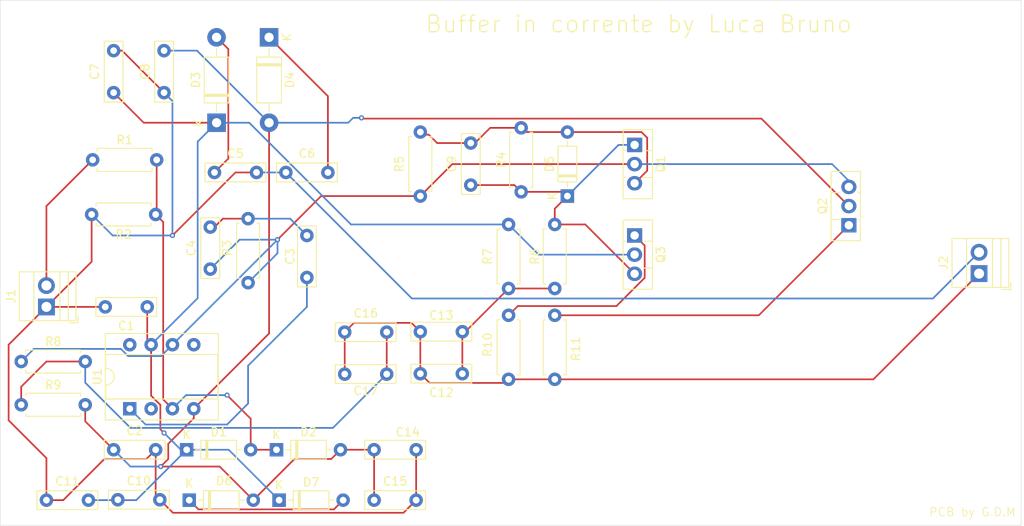
<source format=kicad_pcb>
(kicad_pcb (version 20240108) (generator "pcbnew") (generator_version "8.0")
  (layers (0 "F.Cu" signal) (31 "B.Cu" signal) (34 "B.Paste" user) (35 "F.Paste" user) (36 "B.SilkS" user "B.Silkscreen") (37 "F.SilkS" user "F.Silkscreen") (38 "B.Mask" user) (39 "F.Mask" user) (44 "Edge.Cuts" user))
  (net 0 "")
  (net 1 "+16V")
  (net 2 "GND")
  (net 3 "-16V")
  (net 4 "Net-(C3-Pad2)")
  (net 5 "Net-(U1-BAL1)")
  (net 6 "Net-(Q1-C)")
  (net 7 "VCC")
  (net 8 "VEE")
  (net 9 "Net-(D5-K)")
  (net 10 "Net-(D5-A)")
  (net 11 "Net-(C12-Pad1)")
  (net 12 "Net-(J2-Pin_1)")
  (net 13 "Net-(C16-Pad2)")
  (net 14 "Net-(D1-A)")
  (net 15 "Net-(D6-K)")
  (net 16 "Net-(J1-Pin_2)")
  (net 17 "Net-(Q2-E)")
  (net 18 "Net-(Q3-E)")
  (footprint "Capacitor_THT:C_Rect_L7.0mm_W2.0mm_P5.00mm" (layer "F.Cu") (at 103 74)
    (property "Reference" "C5" (at 2.5 -2.25 0) (layer "F.SilkS"))
    (property "Value" "220nF")
    (pad "1" thru_hole circle (at 0 0) (size 1.6 1.6) (drill 0.8) (layers "*.Cu" "*.Mask") (net 7 "VCC"))
    (pad "2" thru_hole circle (at 5 0) (size 1.6 1.6) (drill 0.8) (layers "*.Cu" "*.Mask") (net 2 "GND"))
  )
  (footprint "Resistor_THT:R_Axial_DIN0207_L6.3mm_D2.5mm_P7.62mm_Horizontal" (layer "F.Cu") (at 139.5 76.31 90)
    (property "Reference" "R4" (at 3.81 -2.37 90) (layer "F.SilkS"))
    (property "Value" "1K")
    (pad "1" thru_hole circle (at 0 0 90) (size 1.6 1.6) (drill 0.8) (layers "*.Cu" "*.Mask") (net 9 "Net-(D5-K)"))
    (pad "2" thru_hole oval (at 7.62 0 90) (size 1.6 1.6) (drill 0.8) (layers "*.Cu" "*.Mask") (net 10 "Net-(D5-A)"))
  )
  (footprint "Capacitor_THT:C_Rect_L7.0mm_W2.0mm_P5.00mm" (layer "F.Cu") (at 133.5 75.5 90)
    (property "Reference" "C9" (at 2.5 -2.25 90) (layer "F.SilkS"))
    (property "Value" "100nF")
    (pad "1" thru_hole circle (at 0 0 90) (size 1.6 1.6) (drill 0.8) (layers "*.Cu" "*.Mask") (net 9 "Net-(D5-K)"))
    (pad "2" thru_hole circle (at 5 0 90) (size 1.6 1.6) (drill 0.8) (layers "*.Cu" "*.Mask") (net 10 "Net-(D5-A)"))
  )
  (footprint "TerminalBlock:TerminalBlock_Xinya_XY308-2.54-2P_1x02_P2.54mm_Horizontal" (layer "F.Cu") (at 83 90 90)
    (property "Reference" "J1" (at 1.27 -4.22 90) (layer "F.SilkS"))
    (property "Value" "INPUT")
    (pad "1" thru_hole rect (at 0 0 90) (size 2 2) (drill 1.2) (layers "*.Cu" "*.Mask") (net 2 "GND"))
    (pad "2" thru_hole circle (at 2.54 0 90) (size 2 2) (drill 1.2) (layers "*.Cu" "*.Mask") (net 16 "Net-(J1-Pin_2)"))
  )
  (footprint "Resistor_THT:R_Axial_DIN0207_L6.3mm_D2.5mm_P7.62mm_Horizontal" (layer "F.Cu") (at 143.5 98.62 90)
    (property "Reference" "R11" (at 3.62 2.5 90) (layer "F.SilkS"))
    (property "Value" "1")
    (pad "1" thru_hole circle (at 0 0 90) (size 1.6 1.6) (drill 0.8) (layers "*.Cu" "*.Mask") (net 12 "Net-(J2-Pin_1)"))
    (pad "2" thru_hole oval (at 7.62 0 90) (size 1.6 1.6) (drill 0.8) (layers "*.Cu" "*.Mask") (net 17 "Net-(Q2-E)"))
  )
  (footprint "Capacitor_THT:C_Rect_L7.0mm_W2.0mm_P5.00mm" (layer "F.Cu") (at 132.5 97.95 180)
    (property "Reference" "C12" (at 2.5 -2.25 360) (layer "F.SilkS"))
    (property "Value" "100nF")
    (pad "1" thru_hole circle (at 0 0 180) (size 1.6 1.6) (drill 0.8) (layers "*.Cu" "*.Mask") (net 11 "Net-(C12-Pad1)"))
    (pad "2" thru_hole circle (at 5 0 180) (size 1.6 1.6) (drill 0.8) (layers "*.Cu" "*.Mask") (net 12 "Net-(J2-Pin_1)"))
  )
  (footprint "Resistor_THT:R_Axial_DIN0207_L6.3mm_D2.5mm_P7.62mm_Horizontal" (layer "F.Cu") (at 80 101.65)
    (property "Reference" "R9" (at 3.81 -2.37 0) (layer "F.SilkS"))
    (property "Value" "2.2K")
    (pad "1" thru_hole circle (at 0 0) (size 1.6 1.6) (drill 0.8) (layers "*.Cu" "*.Mask") (net 13 "Net-(C16-Pad2)"))
    (pad "2" thru_hole oval (at 7.62 0) (size 1.6 1.6) (drill 0.8) (layers "*.Cu" "*.Mask") (net 3 "-16V"))
  )
  (footprint "Diode_THT:D_DO-41_SOD81_P10.16mm_Horizontal" (layer "F.Cu") (at 103.25 68.08 90)
    (property "Reference" "D3" (at 5.08 -2.47 90) (layer "F.SilkS"))
    (property "Value" "1N4007")
    (fp_text user "K" (at 0 -2.1 90) (layer "F.SilkS"))
    (pad "1" thru_hole rect (at 0 0 90) (size 2.2 2.2) (drill 1.1) (layers "*.Cu" "*.Mask") (net 1 "+16V"))
    (pad "2" thru_hole oval (at 10.16 0 90) (size 2.2 2.2) (drill 1.1) (layers "*.Cu" "*.Mask") (net 7 "VCC"))
  )
  (footprint "Capacitor_THT:C_Rect_L7.0mm_W2.0mm_P5.00mm" (layer "F.Cu") (at 111.5 74)
    (property "Reference" "C6" (at 2.5 -2.25 0) (layer "F.SilkS"))
    (property "Value" "220nF")
    (pad "1" thru_hole circle (at 0 0) (size 1.6 1.6) (drill 0.8) (layers "*.Cu" "*.Mask") (net 2 "GND"))
    (pad "2" thru_hole circle (at 5 0) (size 1.6 1.6) (drill 0.8) (layers "*.Cu" "*.Mask") (net 8 "VEE"))
  )
  (footprint "Resistor_THT:R_Axial_DIN0207_L6.3mm_D2.5mm_P7.62mm_Horizontal" (layer "F.Cu") (at 138 91 -90)
    (property "Reference" "R10" (at 3.5 2.5 90) (layer "F.SilkS"))
    (property "Value" "1")
    (pad "1" thru_hole circle (at 0 0 270) (size 1.6 1.6) (drill 0.8) (layers "*.Cu" "*.Mask") (net 18 "Net-(Q3-E)"))
    (pad "2" thru_hole oval (at 7.62 0 270) (size 1.6 1.6) (drill 0.8) (layers "*.Cu" "*.Mask") (net 12 "Net-(J2-Pin_1)"))
  )
  (footprint "Capacitor_THT:C_Rect_L7.0mm_W2.0mm_P5.00mm" (layer "F.Cu") (at 122 107)
    (property "Reference" "C14" (at 4 -2.1 180) (layer "F.SilkS"))
    (property "Value" "100nF")
    (pad "1" thru_hole circle (at 0 0) (size 1.6 1.6) (drill 0.8) (layers "*.Cu" "*.Mask") (net 3 "-16V"))
    (pad "2" thru_hole circle (at 5 0) (size 1.6 1.6) (drill 0.8) (layers "*.Cu" "*.Mask") (net 2 "GND"))
  )
  (footprint "Diode_THT:D_DO-41_SOD81_P10.16mm_Horizontal" (layer "F.Cu") (at 109.5 57.92 -90)
    (property "Reference" "D4" (at 5.08 -2.47 90) (layer "F.SilkS"))
    (property "Value" "1N4007")
    (fp_text user "K" (at 0 -2.1 90) (layer "F.SilkS"))
    (pad "1" thru_hole rect (at 0 0 270) (size 2.2 2.2) (drill 1.1) (layers "*.Cu" "*.Mask") (net 8 "VEE"))
    (pad "2" thru_hole oval (at 10.16 0 270) (size 2.2 2.2) (drill 1.1) (layers "*.Cu" "*.Mask") (net 3 "-16V"))
  )
  (footprint "Resistor_THT:R_Axial_DIN0207_L6.3mm_D2.5mm_P7.62mm_Horizontal" (layer "F.Cu") (at 107 87.12 90)
    (property "Reference" "R3" (at 4.12 -2.5 90) (layer "F.SilkS"))
    (property "Value" "10K")
    (pad "1" thru_hole circle (at 0 0 90) (size 1.6 1.6) (drill 0.8) (layers "*.Cu" "*.Mask") (net 6 "Net-(Q1-C)"))
    (pad "2" thru_hole oval (at 7.62 0 90) (size 1.6 1.6) (drill 0.8) (layers "*.Cu" "*.Mask") (net 4 "Net-(C3-Pad2)"))
  )
  (footprint "Resistor_THT:R_Axial_DIN0207_L6.3mm_D2.5mm_P7.62mm_Horizontal" (layer "F.Cu") (at 88.5 72.5)
    (property "Reference" "R1" (at 3.81 -2.37 0) (layer "F.SilkS"))
    (property "Value" "220")
    (pad "1" thru_hole circle (at 0 0) (size 1.6 1.6) (drill 0.8) (layers "*.Cu" "*.Mask") (net 16 "Net-(J1-Pin_2)"))
    (pad "2" thru_hole oval (at 7.62 0) (size 1.6 1.6) (drill 0.8) (layers "*.Cu" "*.Mask") (net 14 "Net-(D1-A)"))
  )
  (footprint "Capacitor_THT:C_Rect_L7.0mm_W2.0mm_P5.00mm" (layer "F.Cu") (at 95 90 180)
    (property "Reference" "C1" (at 2.5 -2.25 0) (layer "F.SilkS"))
    (property "Value" "100nF")
    (pad "1" thru_hole circle (at 0 0 180) (size 1.6 1.6) (drill 0.8) (layers "*.Cu" "*.Mask") (net 1 "+16V"))
    (pad "2" thru_hole circle (at 5 0 180) (size 1.6 1.6) (drill 0.8) (layers "*.Cu" "*.Mask") (net 2 "GND"))
  )
  (footprint "Resistor_THT:R_Axial_DIN0207_L6.3mm_D2.5mm_P7.62mm_Horizontal" (layer "F.Cu") (at 96 79 180)
    (property "Reference" "R2" (at 3.81 -2.37 180) (layer "F.SilkS"))
    (property "Value" "22K")
    (pad "1" thru_hole circle (at 0 0 180) (size 1.6 1.6) (drill 0.8) (layers "*.Cu" "*.Mask") (net 14 "Net-(D1-A)"))
    (pad "2" thru_hole oval (at 7.62 0 180) (size 1.6 1.6) (drill 0.8) (layers "*.Cu" "*.Mask") (net 2 "GND"))
  )
  (footprint "Capacitor_THT:C_Rect_L7.0mm_W2.0mm_P5.00mm" (layer "F.Cu") (at 91 64.5 90)
    (property "Reference" "C7" (at 2.5 -2.25 90) (layer "F.SilkS"))
    (property "Value" "10uF")
    (pad "1" thru_hole circle (at 0 0 90) (size 1.6 1.6) (drill 0.8) (layers "*.Cu" "*.Mask") (net 1 "+16V"))
    (pad "2" thru_hole circle (at 5 0 90) (size 1.6 1.6) (drill 0.8) (layers "*.Cu" "*.Mask") (net 2 "GND"))
  )
  (footprint "Capacitor_THT:C_Rect_L7.0mm_W2.0mm_P5.00mm" (layer "F.Cu") (at 83 113)
    (property "Reference" "C11" (at 2.5 -2.25 0) (layer "F.SilkS"))
    (property "Value" "100nF")
    (pad "1" thru_hole circle (at 0 0) (size 1.6 1.6) (drill 0.8) (layers "*.Cu" "*.Mask") (net 2 "GND"))
    (pad "2" thru_hole circle (at 5 0) (size 1.6 1.6) (drill 0.8) (layers "*.Cu" "*.Mask") (net 1 "+16V"))
  )
  (footprint "Capacitor_THT:C_Rect_L7.0mm_W2.0mm_P5.00mm" (layer "F.Cu") (at 122 113)
    (property "Reference" "C15" (at 2.5 -2.25 0) (layer "F.SilkS"))
    (property "Value" "10uF")
    (pad "1" thru_hole circle (at 0 0) (size 1.6 1.6) (drill 0.8) (layers "*.Cu" "*.Mask") (net 3 "-16V"))
    (pad "2" thru_hole circle (at 5 0) (size 1.6 1.6) (drill 0.8) (layers "*.Cu" "*.Mask") (net 2 "GND"))
  )
  (footprint "Package_TO_SOT_THT:TO-126-3_Vertical" (layer "F.Cu") (at 178.5 80.28 90)
    (property "Reference" "Q2" (at 2.28 -3.12 90) (layer "F.SilkS"))
    (property "Value" "BD138")
    (pad "1" thru_hole rect (at 0 0 90) (size 1.71 1.8) (drill 1) (layers "*.Cu" "*.Mask") (net 17 "Net-(Q2-E)"))
    (pad "2" thru_hole oval (at 2.28 0 90) (size 1.71 1.8) (drill 1) (layers "*.Cu" "*.Mask") (net 3 "-16V"))
    (pad "3" thru_hole oval (at 4.56 0 90) (size 1.71 1.8) (drill 1) (layers "*.Cu" "*.Mask") (net 6 "Net-(Q1-C)"))
  )
  (footprint "Capacitor_THT:C_Rect_L7.0mm_W2.0mm_P5.00mm" (layer "F.Cu") (at 114 86.5 90)
    (property "Reference" "C3" (at 2.5 -2 -90) (layer "F.SilkS"))
    (property "Value" "12pF")
    (pad "1" thru_hole circle (at 0 0 90) (size 1.6 1.6) (drill 0.8) (layers "*.Cu" "*.Mask") (net 5 "Net-(U1-BAL1)"))
    (pad "2" thru_hole circle (at 5 0 90) (size 1.6 1.6) (drill 0.8) (layers "*.Cu" "*.Mask") (net 4 "Net-(C3-Pad2)"))
  )
  (footprint "Capacitor_THT:C_Rect_L7.0mm_W2.0mm_P5.00mm" (layer "F.Cu") (at 91.5 112.95)
    (property "Reference" "C10" (at 2.5 -2.25 0) (layer "F.SilkS"))
    (property "Value" "10uF")
    (pad "1" thru_hole circle (at 0 0) (size 1.6 1.6) (drill 0.8) (layers "*.Cu" "*.Mask") (net 1 "+16V"))
    (pad "2" thru_hole circle (at 5 0) (size 1.6 1.6) (drill 0.8) (layers "*.Cu" "*.Mask") (net 2 "GND"))
  )
  (footprint "Diode_THT:D_DO-35_SOD27_P7.62mm_Horizontal" (layer "F.Cu") (at 99.69 107)
    (property "Reference" "D1" (at 3.81 -2.12 0) (layer "F.SilkS"))
    (property "Value" "1N4148")
    (fp_text user "K" (at 0 -1.8 0) (layer "F.SilkS"))
    (pad "1" thru_hole rect (at 0 0) (size 1.6 1.6) (drill 0.8) (layers "*.Cu" "*.Mask") (net 1 "+16V"))
    (pad "2" thru_hole oval (at 7.62 0) (size 1.6 1.6) (drill 0.8) (layers "*.Cu" "*.Mask") (net 14 "Net-(D1-A)"))
  )
  (footprint "Diode_THT:D_DO-35_SOD27_P7.62mm_Horizontal" (layer "F.Cu") (at 100 113)
    (property "Reference" "D6" (at 4.15 -2.3 -0) (layer "F.SilkS"))
    (property "Value" "D")
    (pad "1" thru_hole rect (at 0 0) (size 1.6 1.6) (drill 0.8) (layers "*.Cu" "*.Mask") (net 15 "Net-(D6-K)"))
    (pad "2" thru_hole oval (at 7.62 0) (size 1.6 1.6) (drill 0.8) (layers "*.Cu" "*.Mask") (net 3 "-16V"))
  )
  (footprint "Resistor_THT:R_Axial_DIN0207_L6.3mm_D2.5mm_P7.62mm_Horizontal" (layer "F.Cu") (at 127.5 69.19 -90)
    (property "Reference" "R5" (at 3.81 2.5 90) (layer "F.SilkS"))
    (property "Value" "560")
    (pad "1" thru_hole circle (at 0 0 270) (size 1.6 1.6) (drill 0.8) (layers "*.Cu" "*.Mask") (net 10 "Net-(D5-A)"))
    (pad "2" thru_hole oval (at 7.62 0 270) (size 1.6 1.6) (drill 0.8) (layers "*.Cu" "*.Mask") (net 6 "Net-(Q1-C)"))
  )
  (footprint "Capacitor_THT:C_Rect_L7.0mm_W2.0mm_P5.00mm" (layer "F.Cu") (at 91 107)
    (property "Reference" "C2" (at 2.5 -2.25 -0) (layer "F.SilkS"))
    (property "Value" "100nF")
    (pad "1" thru_hole circle (at 0 0) (size 1.6 1.6) (drill 0.8) (layers "*.Cu" "*.Mask") (net 3 "-16V"))
    (pad "2" thru_hole circle (at 5 0) (size 1.6 1.6) (drill 0.8) (layers "*.Cu" "*.Mask") (net 2 "GND"))
  )
  (footprint "Resistor_THT:R_Axial_DIN0207_L6.3mm_D2.5mm_P7.62mm_Horizontal" (layer "F.Cu") (at 80 96.5)
    (property "Reference" "R8" (at 3.81 -2.37 0) (layer "F.SilkS"))
    (property "Value" "2.2K")
    (pad "1" thru_hole circle (at 0 0) (size 1.6 1.6) (drill 0.8) (layers "*.Cu" "*.Mask") (net 6 "Net-(Q1-C)"))
    (pad "2" thru_hole oval (at 7.62 0) (size 1.6 1.6) (drill 0.8) (layers "*.Cu" "*.Mask") (net 13 "Net-(C16-Pad2)"))
  )
  (footprint "Package_DIP:CERDIP-8_W7.62mm_SideBrazed_Socket" (layer "F.Cu") (at 92.92 102.12 90)
    (property "Reference" "U1" (at 3.81 -3.855 90) (layer "F.SilkS"))
    (property "Value" "LM318N")
    (pad "1" thru_hole rect (at 0 0 90) (size 1.6 1.6) (drill 0.8) (layers "*.Cu" "*.Mask") (net 5 "Net-(U1-BAL1)"))
    (pad "2" thru_hole circle (at 0 2.54 90) (size 1.6 1.6) (drill 0.8) (layers "*.Cu" "*.Mask"))
    (pad "3" thru_hole circle (at 0 5.08 90) (size 1.6 1.6) (drill 0.8) (layers "*.Cu" "*.Mask") (net 14 "Net-(D1-A)"))
    (pad "4" thru_hole circle (at 0 7.62 90) (size 1.6 1.6) (drill 0.8) (layers "*.Cu" "*.Mask") (net 3 "-16V"))
    (pad "5" thru_hole circle (at 7.62 7.62 90) (size 1.6 1.6) (drill 0.8) (layers "*.Cu" "*.Mask"))
    (pad "6" thru_hole circle (at 7.62 5.08 90) (size 1.6 1.6) (drill 0.8) (layers "*.Cu" "*.Mask") (net 6 "Net-(Q1-C)"))
    (pad "7" thru_hole circle (at 7.62 2.54 90) (size 1.6 1.6) (drill 0.8) (layers "*.Cu" "*.Mask") (net 1 "+16V"))
    (pad "8" thru_hole circle (at 7.62 0 90) (size 1.6 1.6) (drill 0.8) (layers "*.Cu" "*.Mask"))
  )
  (footprint "Capacitor_THT:C_Rect_L7.0mm_W2.0mm_P5.00mm" (layer "F.Cu") (at 132.5 92.95 180)
    (property "Reference" "C13" (at 2.5 1.95 360) (layer "F.SilkS"))
    (property "Value" "22uF")
    (pad "1" thru_hole circle (at 0 0 180) (size 1.6 1.6) (drill 0.8) (layers "*.Cu" "*.Mask") (net 11 "Net-(C12-Pad1)"))
    (pad "2" thru_hole circle (at 5 0 180) (size 1.6 1.6) (drill 0.8) (layers "*.Cu" "*.Mask") (net 12 "Net-(J2-Pin_1)"))
  )
  (footprint "TerminalBlock:TerminalBlock_Xinya_XY308-2.54-2P_1x02_P2.54mm_Horizontal" (layer "F.Cu") (at 194 86.04 90)
    (property "Reference" "J2" (at 1.27 -4.22 90) (layer "F.SilkS"))
    (property "Value" "OUTPUT")
    (pad "1" thru_hole rect (at 0 0 90) (size 2 2) (drill 1.2) (layers "*.Cu" "*.Mask") (net 12 "Net-(J2-Pin_1)"))
    (pad "2" thru_hole circle (at 2.54 0 90) (size 2 2) (drill 1.2) (layers "*.Cu" "*.Mask") (net 2 "GND"))
  )
  (footprint "Diode_THT:D_DO-35_SOD27_P7.62mm_Horizontal" (layer "F.Cu") (at 110.69 113)
    (property "Reference" "D7" (at 3.81 -2.12 0) (layer "F.SilkS"))
    (property "Value" "D")
    (fp_text user "K" (at 0 -1.8 0) (layer "F.SilkS"))
    (pad "1" thru_hole rect (at 0 0) (size 1.6 1.6) (drill 0.8) (layers "*.Cu" "*.Mask") (net 1 "+16V"))
    (pad "2" thru_hole oval (at 7.62 0) (size 1.6 1.6) (drill 0.8) (layers "*.Cu" "*.Mask") (net 15 "Net-(D6-K)"))
  )
  (footprint "Resistor_THT:R_Axial_DIN0207_L6.3mm_D2.5mm_P7.62mm_Horizontal" (layer "F.Cu") (at 143.5 87.81 90)
    (property "Reference" "R6" (at 3.81 -2.37 90) (layer "F.SilkS"))
    (property "Value" "2.2K")
    (pad "1" thru_hole circle (at 0 0 90) (size 1.6 1.6) (drill 0.8) (layers "*.Cu" "*.Mask") (net 11 "Net-(C12-Pad1)"))
    (pad "2" thru_hole oval (at 7.62 0 90) (size 1.6 1.6) (drill 0.8) (layers "*.Cu" "*.Mask") (net 9 "Net-(D5-K)"))
  )
  (footprint "Resistor_THT:R_Axial_DIN0207_L6.3mm_D2.5mm_P7.62mm_Horizontal" (layer "F.Cu") (at 138 80.19 -90)
    (property "Reference" "R7" (at 3.81 2.5 90) (layer "F.SilkS"))
    (property "Value" "2.2K")
    (pad "1" thru_hole circle (at 0 0 270) (size 1.6 1.6) (drill 0.8) (layers "*.Cu" "*.Mask") (net 1 "+16V"))
    (pad "2" thru_hole oval (at 7.62 0 270) (size 1.6 1.6) (drill 0.8) (layers "*.Cu" "*.Mask") (net 11 "Net-(C12-Pad1)"))
  )
  (footprint "Capacitor_THT:C_Rect_L7.0mm_W2.0mm_P5.00mm" (layer "F.Cu") (at 102.5 85.5 90)
    (property "Reference" "C4" (at 2.5 -2.25 -90) (layer "F.SilkS"))
    (property "Value" "12pF")
    (pad "1" thru_hole circle (at 0 0 90) (size 1.6 1.6) (drill 0.8) (layers "*.Cu" "*.Mask") (net 6 "Net-(Q1-C)"))
    (pad "2" thru_hole circle (at 5 0 90) (size 1.6 1.6) (drill 0.8) (layers "*.Cu" "*.Mask") (net 4 "Net-(C3-Pad2)"))
  )
  (footprint "Diode_THT:D_DO-35_SOD27_P7.62mm_Horizontal" (layer "F.Cu") (at 110.38 107)
    (property "Reference" "D2" (at 3.81 -2.12 0) (layer "F.SilkS"))
    (property "Value" "1N4148")
    (fp_text user "K" (at 0 -1.8 0) (layer "F.SilkS"))
    (pad "1" thru_hole rect (at 0 0) (size 1.6 1.6) (drill 0.8) (layers "*.Cu" "*.Mask") (net 14 "Net-(D1-A)"))
    (pad "2" thru_hole oval (at 7.62 0) (size 1.6 1.6) (drill 0.8) (layers "*.Cu" "*.Mask") (net 3 "-16V"))
  )
  (footprint "Package_TO_SOT_THT:TO-126-3_Vertical" (layer "F.Cu") (at 153 81.5 -90)
    (property "Reference" "Q3" (at 2.28 -3.12 90) (layer "F.SilkS"))
    (property "Value" "BD138")
    (pad "1" thru_hole rect (at 0 0 270) (size 1.71 1.8) (drill 1) (layers "*.Cu" "*.Mask") (net 18 "Net-(Q3-E)"))
    (pad "2" thru_hole oval (at 2.28 0 270) (size 1.71 1.8) (drill 1) (layers "*.Cu" "*.Mask") (net 1 "+16V"))
    (pad "3" thru_hole oval (at 4.56 0 270) (size 1.71 1.8) (drill 1) (layers "*.Cu" "*.Mask") (net 9 "Net-(D5-K)"))
  )
  (footprint "Diode_THT:D_DO-35_SOD27_P7.62mm_Horizontal" (layer "F.Cu") (at 145 76.81 90)
    (property "Reference" "D5" (at 3.81 -2.12 90) (layer "F.SilkS"))
    (property "Value" "1N4148")
    (fp_text user "K" (at 0 -1.8 90) (layer "F.SilkS"))
    (pad "1" thru_hole rect (at 0 0 90) (size 1.6 1.6) (drill 0.8) (layers "*.Cu" "*.Mask") (net 9 "Net-(D5-K)"))
    (pad "2" thru_hole oval (at 7.62 0 90) (size 1.6 1.6) (drill 0.8) (layers "*.Cu" "*.Mask") (net 10 "Net-(D5-A)"))
  )
  (footprint "Package_TO_SOT_THT:TO-126-3_Vertical" (layer "F.Cu") (at 153 70.725 -90)
    (property "Reference" "Q1" (at 2.28 -3.12 90) (layer "F.SilkS"))
    (property "Value" "BD138")
    (pad "1" thru_hole rect (at 0 0 270) (size 1.71 1.8) (drill 1) (layers "*.Cu" "*.Mask") (net 9 "Net-(D5-K)"))
    (pad "2" thru_hole oval (at 2.28 0 270) (size 1.71 1.8) (drill 1) (layers "*.Cu" "*.Mask") (net 6 "Net-(Q1-C)"))
    (pad "3" thru_hole oval (at 4.56 0 270) (size 1.71 1.8) (drill 1) (layers "*.Cu" "*.Mask") (net 10 "Net-(D5-A)"))
  )
  (footprint "Capacitor_THT:C_Rect_L7.0mm_W2.0mm_P5.00mm" (layer "F.Cu") (at 118.5 93)
    (property "Reference" "C16" (at 2.5 -2.25 0) (layer "F.SilkS"))
    (property "Value" "100nF")
    (pad "1" thru_hole circle (at 0 0) (size 1.6 1.6) (drill 0.8) (layers "*.Cu" "*.Mask") (net 12 "Net-(J2-Pin_1)"))
    (pad "2" thru_hole circle (at 5 0) (size 1.6 1.6) (drill 0.8) (layers "*.Cu" "*.Mask") (net 13 "Net-(C16-Pad2)"))
  )
  (footprint "Capacitor_THT:C_Rect_L7.0mm_W2.0mm_P5.00mm" (layer "F.Cu") (at 118.5 98)
    (property "Reference" "C17" (at 2.5 2 0) (layer "F.SilkS"))
    (property "Value" "22uF")
    (pad "1" thru_hole circle (at 0 0) (size 1.6 1.6) (drill 0.8) (layers "*.Cu" "*.Mask") (net 12 "Net-(J2-Pin_1)"))
    (pad "2" thru_hole circle (at 5 0) (size 1.6 1.6) (drill 0.8) (layers "*.Cu" "*.Mask") (net 13 "Net-(C16-Pad2)"))
  )
  (footprint "Capacitor_THT:C_Rect_L7.0mm_W2.0mm_P5.00mm" (layer "F.Cu") (at 97 64.5 90)
    (property "Reference" "C8" (at 2.5 -2.25 90) (layer "F.SilkS"))
    (property "Value" "10uF")
    (pad "1" thru_hole circle (at 0 0 90) (size 1.6 1.6) (drill 0.8) (layers "*.Cu" "*.Mask") (net 2 "GND"))
    (pad "2" thru_hole circle (at 5 0 90) (size 1.6 1.6) (drill 0.8) (layers "*.Cu" "*.Mask") (net 3 "-16V"))
  )
  (gr_rect (start 77.5 53.5) (end 199 116) (stroke (width 0.05)) (fill none) (layer "Edge.Cuts"))
  (gr_text "Buffer in corrente by Luca Bruno" (at 128 57.5 0) (layer "F.SilkS") (effects (font (size 2 2)) (justify left bottom)))
  (gr_text "PCB by G.D.M" (at 188 115 0) (layer "F.SilkS") (effects (font (size 1 1) (thickness 0.1)) (justify left bottom)))
  (gr_text "K" (at 100 111 0) (layer "F.SilkS") (effects (font (size 1 1))))
  (segment (start 94.58 68.08) (end 91 64.5) (width 0.2) (layer "F.Cu") (net 1))
  (segment (start 95.46 94.5) (end 95.46 100.564365) (width 0.2) (layer "F.Cu") (net 1))
  (segment (start 103.25 68.08) (end 94.58 68.08) (width 0.2) (layer "F.Cu") (net 1))
  (segment (start 95 90) (end 95 94.04) (width 0.2) (layer "F.Cu") (net 1))
  (segment (start 96.56 101.664365) (end 96.56 104.56) (width 0.2) (layer "F.Cu") (net 1))
  (segment (start 95.46 100.564365) (end 96.56 101.664365) (width 0.2) (layer "F.Cu") (net 1))
  (segment (start 95 94.04) (end 95.46 94.5) (width 0.2) (layer "F.Cu") (net 1))
  (segment (start 96.56 104.56) (end 97 105) (width 0.2) (layer "F.Cu") (net 1))
  (via (at 97 105) (size 0.6) (drill 0.3) (layers "F.Cu" "B.Cu") (net 1))
  (segment (start 101 88.96) (end 101 70.33) (width 0.2) (layer "B.Cu") (net 1))
  (segment (start 95.46 94.5) (end 101 88.96) (width 0.2) (layer "B.Cu") (net 1))
  (segment (start 99.69 107) (end 104.69 107) (width 0.2) (layer "B.Cu") (net 1))
  (segment (start 138 80.19) (end 141.59 83.78) (width 0.2) (layer "B.Cu") (net 1))
  (segment (start 99.69 107) (end 93.69 113) (width 0.2) (layer "B.Cu") (net 1))
  (segment (start 93.69 113) (end 88 113) (width 0.2) (layer "B.Cu") (net 1))
  (segment (start 141.59 83.78) (end 153 83.78) (width 0.2) (layer "B.Cu") (net 1))
  (segment (start 107.135635 68.08) (end 103.25 68.08) (width 0.2) (layer "B.Cu") (net 1))
  (segment (start 97 105) (end 99 107) (width 0.2) (layer "B.Cu") (net 1))
  (segment (start 99 107) (end 99.69 107) (width 0.2) (layer "B.Cu") (net 1))
  (segment (start 101 70.33) (end 103.25 68.08) (width 0.2) (layer "B.Cu") (net 1))
  (segment (start 119.245635 80.19) (end 107.135635 68.08) (width 0.2) (layer "B.Cu") (net 1))
  (segment (start 104.69 107) (end 110.69 113) (width 0.2) (layer "B.Cu") (net 1))
  (segment (start 138 80.19) (end 119.245635 80.19) (width 0.2) (layer "B.Cu") (net 1))
  (segment (start 88.38 84.62) (end 83 90) (width 0.2) (layer "F.Cu") (net 2))
  (segment (start 96.5 112.95) (end 98.05 114.5) (width 0.2) (layer "F.Cu") (net 2))
  (segment (start 78.5 94.5) (end 83 90) (width 0.2) (layer "F.Cu") (net 2))
  (segment (start 98.05 114.5) (end 125.5 114.5) (width 0.2) (layer "F.Cu") (net 2))
  (segment (start 96.5 112.5) (end 96.5 112.95) (width 0.2) (layer "F.Cu") (net 2))
  (segment (start 125.5 114.5) (end 127 113) (width 0.2) (layer "F.Cu") (net 2))
  (segment (start 96 107) (end 96 112.45) (width 0.2) (layer "F.Cu") (net 2))
  (segment (start 89.9 108.1) (end 94.9 108.1) (width 0.2) (layer "F.Cu") (net 2))
  (segment (start 127 107) (end 127 113) (width 0.2) (layer "F.Cu") (net 2))
  (segment (start 88.38 79) (end 88.38 84.62) (width 0.2) (layer "F.Cu") (net 2))
  (segment (start 78.5 103.5) (end 78.5 94.5) (width 0.2) (layer "F.Cu") (net 2))
  (segment (start 83 113) (end 85 113) (width 0.2) (layer "F.Cu") (net 2))
  (segment (start 83 113) (end 83 108) (width 0.2) (layer "F.Cu") (net 2))
  (segment (start 108 74) (end 105.5 74) (width 0.2) (layer "F.Cu") (net 2))
  (segment (start 83 89.46) (end 83 90) (width 0.2) (layer "F.Cu") (net 2))
  (segment (start 82 107) (end 78.5 103.5) (width 0.2) (layer "F.Cu") (net 2))
  (segment (start 94.9 108.1) (end 96 107) (width 0.2) (layer "F.Cu") (net 2))
  (segment (start 105.5 74) (end 98 81.5) (width 0.2) (layer "F.Cu") (net 2))
  (segment (start 83 108) (end 82 107) (width 0.2) (layer "F.Cu") (net 2))
  (segment (start 90 90) (end 83 90) (width 0.2) (layer "F.Cu") (net 2))
  (segment (start 85 113) (end 89.9 108.1) (width 0.2) (layer "F.Cu") (net 2))
  (segment (start 92 59.5) (end 91 59.5) (width 0.2) (layer "F.Cu") (net 2))
  (segment (start 97 64.5) (end 92 59.5) (width 0.2) (layer "F.Cu") (net 2))
  (segment (start 96 112.45) (end 96.5 112.95) (width 0.2) (layer "F.Cu") (net 2))
  (via (at 98 81.5) (size 0.6) (drill 0.3) (layers "F.Cu" "B.Cu") (net 2))
  (segment (start 97 64.5) (end 98 65.5) (width 0.2) (layer "B.Cu") (net 2))
  (segment (start 188.5 89) (end 126.5 89) (width 0.2) (layer "B.Cu") (net 2))
  (segment (start 98 81.5) (end 90.88 81.5) (width 0.2) (layer "B.Cu") (net 2))
  (segment (start 90.88 81.5) (end 88.38 79) (width 0.2) (layer "B.Cu") (net 2))
  (segment (start 98 65.5) (end 98 81.5) (width 0.2) (layer "B.Cu") (net 2))
  (segment (start 194 83.5) (end 188.5 89) (width 0.2) (layer "B.Cu") (net 2))
  (segment (start 126.5 89) (end 111.5 74) (width 0.2) (layer "B.Cu") (net 2))
  (segment (start 108 74) (end 111.5 74) (width 0.2) (layer "B.Cu") (net 2))
  (segment (start 100.54 103.25137) (end 97.5 106.29137) (width 0.2) (layer "F.Cu") (net 3))
  (segment (start 122 113) (end 122 107) (width 0.2) (layer "F.Cu") (net 3))
  (segment (start 87.62 101.65) (end 87.62 103.62) (width 0.2) (layer "F.Cu") (net 3))
  (segment (start 178.5 78) (end 168.09 67.59) (width 0.2) (layer "F.Cu") (net 3))
  (segment (start 87.62 103.62) (end 91 107) (width 0.2) (layer "F.Cu") (net 3))
  (segment (start 97.5 106.29137) (end 97.5 108.1) (width 0.2) (layer "F.Cu") (net 3))
  (segment (start 97.5 108.1) (end 96.6 109) (width 0.2) (layer "F.Cu") (net 3))
  (segment (start 118 107) (end 116.9 108.1) (width 0.2) (layer "F.Cu") (net 3))
  (segment (start 109.5 68.08) (end 109.5 93.16) (width 0.2) (layer "F.Cu") (net 3))
  (segment (start 168.09 67.59) (end 120.59 67.59) (width 0.2) (layer "F.Cu") (net 3))
  (segment (start 109.5 93.16) (end 100.54 102.12) (width 0.2) (layer "F.Cu") (net 3))
  (segment (start 112.52 108.1) (end 107.62 113) (width 0.2) (layer "F.Cu") (net 3))
  (segment (start 120.59 67.59) (end 120.5 67.5) (width 0.2) (layer "F.Cu") (net 3))
  (segment (start 96.6 109) (end 103.62 109) (width 0.2) (layer "F.Cu") (net 3))
  (segment (start 116.9 108.1) (end 112.52 108.1) (width 0.2) (layer "F.Cu") (net 3))
  (segment (start 103.62 109) (end 107.62 113) (width 0.2) (layer "F.Cu") (net 3))
  (segment (start 100.54 102.12) (end 100.54 103.25137) (width 0.2) (layer "F.Cu") (net 3))
  (segment (start 122 107) (end 118 107) (width 0.2) (layer "F.Cu") (net 3))
  (via (at 120.5 67.5) (size 0.6) (drill 0.3) (layers "F.Cu" "B.Cu") (net 3))
  (via (at 96.6 109) (size 0.6) (drill 0.3) (layers "F.Cu" "B.Cu") (net 3))
  (segment (start 93 109) (end 96.6 109) (width 0.2) (layer "B.Cu") (net 3))
  (segment (start 109.5 68.08) (end 100.92 59.5) (width 0.2) (layer "B.Cu") (net 3))
  (segment (start 118.92 68.08) (end 109.5 68.08) (width 0.2) (layer "B.Cu") (net 3))
  (segment (start 100.92 59.5) (end 97 59.5) (width 0.2) (layer "B.Cu") (net 3))
  (segment (start 120.5 67.5) (end 119.5 67.5) (width 0.2) (layer "B.Cu") (net 3))
  (segment (start 91 107) (end 93 109) (width 0.2) (layer "B.Cu") (net 3))
  (segment (start 119.5 67.5) (end 118.92 68.08) (width 0.2) (layer "B.Cu") (net 3))
  (segment (start 103 80.5) (end 104 79.5) (width 0.2) (layer "F.Cu") (net 4))
  (segment (start 104 79.5) (end 107 79.5) (width 0.2) (layer "F.Cu") (net 4))
  (segment (start 102.5 80.5) (end 103 80.5) (width 0.2) (layer "F.Cu") (net 4))
  (segment (start 107 79.5) (end 112 79.5) (width 0.2) (layer "B.Cu") (net 4))
  (segment (start 112 79.5) (end 114 81.5) (width 0.2) (layer "B.Cu") (net 4))
  (segment (start 107 101.5) (end 107 97) (width 0.2) (layer "B.Cu") (net 5))
  (segment (start 94.8 104) (end 92.92 102.12) (width 0.2) (layer "B.Cu") (net 5))
  (segment (start 114 86.5) (end 114 90) (width 0.2) (layer "B.Cu") (net 5))
  (segment (start 114 90) (end 107 97) (width 0.2) (layer "B.Cu") (net 5))
  (segment (start 104.5 104) (end 94.8 104) (width 0.2) (layer "B.Cu") (net 5))
  (segment (start 107 101.5) (end 104.5 104) (width 0.2) (layer "B.Cu") (net 5))
  (segment (start 115.69 76.81) (end 127.5 76.81) (width 0.2) (layer "F.Cu") (net 6))
  (segment (start 131.305 73.005) (end 153 73.005) (width 0.2) (layer "F.Cu") (net 6))
  (segment (start 110.5 82) (end 115.69 76.81) (width 0.2) (layer "F.Cu") (net 6))
  (segment (start 153 73.005) (end 152.995 73) (width 0.2) (layer "F.Cu") (net 6))
  (segment (start 127.5 76.81) (end 131.305 73.005) (width 0.2) (layer "F.Cu") (net 6))
  (via (at 110.5 82) (size 0.6) (drill 0.3) (layers "F.Cu" "B.Cu") (net 6))
  (segment (start 102.5 85.5) (end 106 82) (width 0.2) (layer "B.Cu") (net 6))
  (segment (start 178.5 75) (end 176.5 73) (width 0.2) (layer "B.Cu") (net 6))
  (segment (start 176 73) (end 175.995 73.005) (width 0.2) (layer "B.Cu") (net 6))
  (segment (start 96.65 95.85) (end 98 94.5) (width 0.2) (layer "B.Cu") (net 6))
  (segment (start 175.995 73.005) (end 153 73.005) (width 0.2) (layer "B.Cu") (net 6))
  (segment (start 81.5 95) (end 80 96.5) (width 0.2) (layer "B.Cu") (net 6))
  (segment (start 176.5 73) (end 176 73) (width 0.2) (layer "B.Cu") (net 6))
  (segment (start 178.5 75.72) (end 178.5 75) (width 0.2) (layer "B.Cu") (net 6))
  (segment (start 92.714365 95.85) (end 91.864365 95) (width 0.2) (layer "B.Cu") (net 6))
  (segment (start 107 87.12) (end 110.5 83.62) (width 0.2) (layer "B.Cu") (net 6))
  (segment (start 91.864365 95) (end 81.5 95) (width 0.2) (layer "B.Cu") (net 6))
  (segment (start 106 82) (end 110.5 82) (width 0.2) (layer "B.Cu") (net 6))
  (segment (start 110.5 82) (end 98 94.5) (width 0.2) (layer "B.Cu") (net 6))
  (segment (start 96.65 95.85) (end 92.714365 95.85) (width 0.2) (layer "B.Cu") (net 6))
  (segment (start 110.5 83.62) (end 110.5 82) (width 0.2) (layer "B.Cu") (net 6))
  (segment (start 103.25 57.92) (end 104.65 59.32) (width 0.2) (layer "F.Cu") (net 7))
  (segment (start 104.65 72.35) (end 103 74) (width 0.2) (layer "F.Cu") (net 7))
  (segment (start 104.65 59.32) (end 104.65 72.35) (width 0.2) (layer "F.Cu") (net 7))
  (segment (start 109.5 57.92) (end 116.5 64.92) (width 0.2) (layer "F.Cu") (net 8))
  (segment (start 116.5 64.92) (end 116.5 74) (width 0.2) (layer "F.Cu") (net 8))
  (segment (start 138.69 75.5) (end 139.5 76.31) (width 0.2) (layer "F.Cu") (net 9))
  (segment (start 133.5 75.5) (end 138.69 75.5) (width 0.2) (layer "F.Cu") (net 9))
  (segment (start 143.5 78.31) (end 145 76.81) (width 0.2) (layer "F.Cu") (net 9))
  (segment (start 143.5 80.19) (end 143.5 78.31) (width 0.2) (layer "F.Cu") (net 9))
  (segment (start 143.5 80.19) (end 147.13 80.19) (width 0.2) (layer "F.Cu") (net 9))
  (segment (start 144.5 76.31) (end 145 76.81) (width 0.2) (layer "F.Cu") (net 9))
  (segment (start 139.5 76.31) (end 144.5 76.31) (width 0.2) (layer "F.Cu") (net 9))
  (segment (start 147.13 80.19) (end 153 86.06) (width 0.2) (layer "F.Cu") (net 9))
  (segment (start 151.085 70.725) (end 145 76.81) (width 0.2) (layer "B.Cu") (net 9))
  (segment (start 153 70.725) (end 151.085 70.725) (width 0.2) (layer "B.Cu") (net 9))
  (segment (start 139.69 68.69) (end 140.19 69.19) (width 0.2) (layer "F.Cu") (net 10))
  (segment (start 145 69.19) (end 153.82 69.19) (width 0.2) (layer "F.Cu") (net 10))
  (segment (start 153.82 69.19) (end 154.5 69.87) (width 0.2) (layer "F.Cu") (net 10))
  (segment (start 154.5 73.785) (end 153 75.285) (width 0.2) (layer "F.Cu") (net 10))
  (segment (start 133.5 70.5) (end 134 70.5) (width 0.2) (layer "F.Cu") (net 10))
  (segment (start 134 70.5) (end 135.81 68.69) (width 0.2) (layer "F.Cu") (net 10))
  (segment (start 140.19 69.19) (end 145 69.19) (width 0.2) (layer "F.Cu") (net 10))
  (segment (start 135.81 68.69) (end 139.5 68.69) (width 0.2) (layer "F.Cu") (net 10))
  (segment (start 128.5 69.5) (end 127.81 69.5) (width 0.2) (layer "F.Cu") (net 10))
  (segment (start 133.5 70.5) (end 129.5 70.5) (width 0.2) (layer "F.Cu") (net 10))
  (segment (start 129.5 70.5) (end 128.5 69.5) (width 0.2) (layer "F.Cu") (net 10))
  (segment (start 127.81 69.5) (end 127.5 69.19) (width 0.2) (layer "F.Cu") (net 10))
  (segment (start 139.5 68.69) (end 139.69 68.69) (width 0.2) (layer "F.Cu") (net 10))
  (segment (start 154.5 69.87) (end 154.5 73.785) (width 0.2) (layer "F.Cu") (net 10))
  (segment (start 132.86 92.95) (end 138 87.81) (width 0.2) (layer "F.Cu") (net 11))
  (segment (start 132.5 97.95) (end 132.5 92.95) (width 0.2) (layer "F.Cu") (net 11))
  (segment (start 132.5 92.95) (end 132.86 92.95) (width 0.2) (layer "F.Cu") (net 11))
  (segment (start 143.5 87.81) (end 138 87.81) (width 0.2) (layer "F.Cu") (net 11))
  (segment (start 137.57 99.05) (end 138 98.62) (width 0.2) (layer "F.Cu") (net 12))
  (segment (start 128.6 99.05) (end 137.57 99.05) (width 0.2) (layer "F.Cu") (net 12))
  (segment (start 181.42 98.62) (end 194 86.04) (width 0.2) (layer "F.Cu") (net 12))
  (segment (start 118.5 98) (end 118.5 93) (width 0.2) (layer "F.Cu") (net 12))
  (segment (start 143.5 98.62) (end 181.42 98.62) (width 0.2) (layer "F.Cu") (net 12))
  (segment (start 127.5 97.95) (end 127.5 92.95) (width 0.2) (layer "F.Cu") (net 12))
  (segment (start 119.6 91.9) (end 126.45 91.9) (width 0.2) (layer "F.Cu") (net 12))
  (segment (start 118.5 93) (end 119.6 91.9) (width 0.2) (layer "F.Cu") (net 12))
  (segment (start 126.45 91.9) (end 127.5 92.95) (width 0.2) (layer "F.Cu") (net 12))
  (segment (start 138 98.62) (end 143.5 98.62) (width 0.2) (layer "F.Cu") (net 12))
  (segment (start 127.5 97.95) (end 128.6 99.05) (width 0.2) (layer "F.Cu") (net 12))
  (segment (start 123.5 93) (end 123.5 98) (width 0.2) (layer "F.Cu") (net 13))
  (segment (start 80 101.65) (end 80 99.5) (width 0.2) (layer "F.Cu") (net 13))
  (segment (start 83 96.5) (end 87.62 96.5) (width 0.2) (layer "F.Cu") (net 13))
  (segment (start 80 99.5) (end 83 96.5) (width 0.2) (layer "F.Cu") (net 13))
  (segment (start 87.62 99.02) (end 93 104.4) (width 0.2) (layer "B.Cu") (net 13))
  (segment (start 93 104.4) (end 117.1 104.4) (width 0.2) (layer "B.Cu") (net 13))
  (segment (start 117.1 104.4) (end 123.5 98) (width 0.2) (layer "B.Cu") (net 13))
  (segment (start 87.62 96.5) (end 87.62 99.02) (width 0.2) (layer "B.Cu") (net 13))
  (segment (start 96.9 79.9) (end 96 79) (width 0.2) (layer "F.Cu") (net 14))
  (segment (start 107.31 107) (end 110.38 107) (width 0.2) (layer "F.Cu") (net 14))
  (segment (start 107.31 107) (end 107.31 103.31) (width 0.2) (layer "F.Cu") (net 14))
  (segment (start 96.9 101.02) (end 96.9 79.9) (width 0.2) (layer "F.Cu") (net 14))
  (segment (start 98 102.12) (end 96.9 101.02) (width 0.2) (layer "F.Cu") (net 14))
  (segment (start 96.12 72.5) (end 96.12 78.88) (width 0.2) (layer "F.Cu") (net 14))
  (segment (start 107.31 103.31) (end 104.5 100.5) (width 0.2) (layer "F.Cu") (net 14))
  (segment (start 96.12 78.88) (end 96 79) (width 0.2) (layer "F.Cu") (net 14))
  (via (at 104.5 100.5) (size 0.6) (drill 0.3) (layers "F.Cu" "B.Cu") (net 14))
  (segment (start 104.5 100.5) (end 99.62 100.5) (width 0.2) (layer "B.Cu") (net 14))
  (segment (start 99.62 100.5) (end 98 102.12) (width 0.2) (layer "B.Cu") (net 14))
  (segment (start 117.21 114.1) (end 101.1 114.1) (width 0.2) (layer "F.Cu") (net 15))
  (segment (start 101.1 114.1) (end 100 113) (width 0.2) (layer "F.Cu") (net 15))
  (segment (start 118.31 113) (end 117.21 114.1) (width 0.2) (layer "F.Cu") (net 15))
  (segment (start 83 78) (end 83 87.46) (width 0.2) (layer "F.Cu") (net 16))
  (segment (start 88.5 72.5) (end 83 78) (width 0.2) (layer "F.Cu") (net 16))
  (segment (start 178.5 80.28) (end 167.78 91) (width 0.2) (layer "F.Cu") (net 17))
  (segment (start 167.78 91) (end 143.5 91) (width 0.2) (layer "F.Cu") (net 17))
  (segment (start 154.2 82.7) (end 153 81.5) (width 0.2) (layer "F.Cu") (net 18))
  (segment (start 150.838417 89.9) (end 154.2 86.538417) (width 0.2) (layer "F.Cu") (net 18))
  (segment (start 138 91) (end 139.1 89.9) (width 0.2) (layer "F.Cu") (net 18))
  (segment (start 154.2 86.538417) (end 154.2 82.7) (width 0.2) (layer "F.Cu") (net 18))
  (segment (start 139.1 89.9) (end 150.838417 89.9) (width 0.2) (layer "F.Cu") (net 18))
)
</source>
